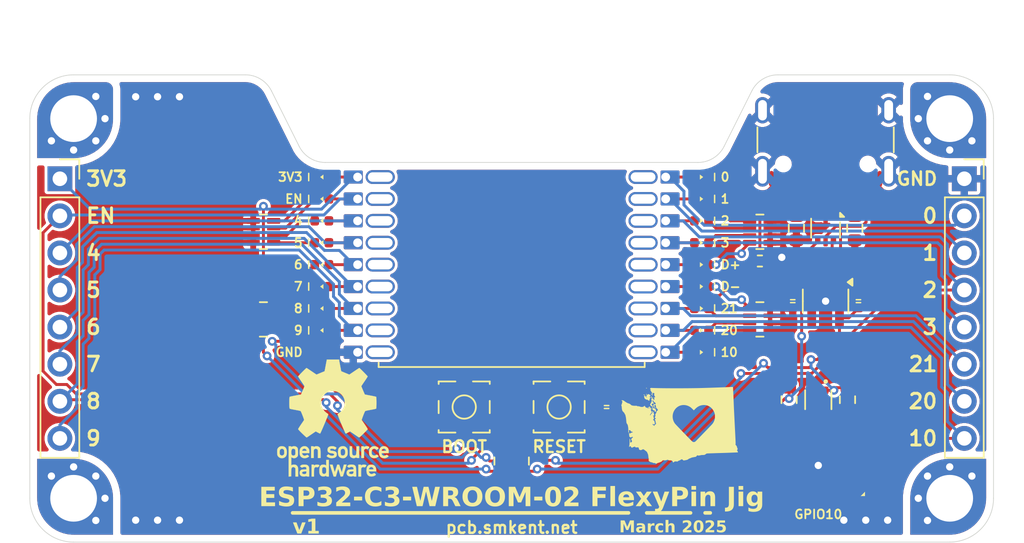
<source format=kicad_pcb>
(kicad_pcb (version 20241229) (generator "pcbnew") (generator_version "9.0")
  (layers (0 "F.Cu" signal) (2 "B.Cu" signal) (13 "F.Paste" user) (15 "B.Paste" user) (5 "F.SilkS" user "F.Silkscreen") (7 "B.SilkS" user "B.Silkscreen") (1 "F.Mask" user) (3 "B.Mask" user) (25 "Edge.Cuts" user))
  (net 0 "")
  (net 1 "GND")
  (net 2 "+5V")
  (net 3 "+3V3")
  (net 4 "ESP32_EN")
  (net 6 "CC1")
  (net 7 "CC2")
  (net 8 "/USB_DP")
  (net 9 "/USB_DM")
  (net 11 "GPIO9")
  (net 12 "GPIO8")
  (net 13 "GPIO2")
  (net 14 "D-")
  (net 15 "D+")
  (net 17 "GPIO5")
  (net 18 "GPIO4")
  (net 19 "GPIO6")
  (net 20 "GPIO7")
  (net 21 "GPIO0")
  (net 22 "GPIO1")
  (net 23 "GPIO10")
  (net 24 "GPIO3")
  (net 25 "GPIO20")
  (net 26 "GPIO21")
  (net 27 "Net-(LED0-K)")
  (net 28 "Net-(LED1-K)")
  (net 29 "Net-(LED2-K)")
  (net 30 "Net-(LED3-K)")
  (net 31 "Net-(LED5-K)")
  (net 32 "Net-(LED6-K)")
  (net 33 "Net-(LED7-K)")
  (net 34 "Net-(LED8-K)")
  (net 35 "Net-(LED9-K)")
  (net 36 "Net-(LED10-K)")
  (net 37 "Net-(LED11-K)")
  (net 38 "Net-(LED12-K)")
  (net 39 "Net-(LED13-K)")
  (net 40 "Net-(LED14-K)")
  (net 41 "Net-(LED15-K)")
  (net 42 "Net-(LED16-K)")
  (net 43 "Net-(LED4-K)")
  (net 45 "/PIX1_DATA")
  (footprint "discrete:LED_0402_1005Metric" (layer "F.Cu") (at 40 31.5)
    (property "Reference" "LED3" (hide yes))
    (property "Value" "Ice Blue")
  )
  (footprint "Package_TO_SOT_SMD:SOT-666" (layer "F.Cu") (at 74.5 30.5 -90)
    (property "Reference" "U2" (hide yes))
    (property "Value" "USBLC6-2P6")
  )
  (footprint "Symbol:OSHW-Logo_7.5x8mm_SilkScreen" (layer "F.Cu") (at 40.75 43.5)
    (property "Reference" "REF**" (hide yes))
    (property "Value" "OSHW-Logo_7.5x8mm_SilkScreen" (hide yes))
  )
  (footprint "discrete:C_0402_1005Metric" (layer "F.Cu") (at 76.75 35.5 90)
    (property "Reference" "C2" (hide yes))
    (property "Value" "10u")
  )
  (footprint "electromechanical:SW_Push_1P1T_NO_3.3x3.3mm_MP" (layer "F.Cu") (at 49.75 42.75)
    (property "Reference" "SW2" (hide yes))
    (property "Value" "Boot")
  )
  (footprint "Connector_PinSocket_2.54mm:PinSocket_1x08_P2.54mm_Vertical" (layer "F.Cu") (at 22.06 27.117813)
    (property "Reference" "J2" (hide yes))
    (property "Value" "Pin socket")
  )
  (footprint "electromechanical:SW_Push_1P1T_NO_3.3x3.3mm_MP" (layer "F.Cu") (at 56.25 42.75)
    (property "Reference" "SW1" (hide yes))
    (property "Value" "Boot")
  )
  (footprint "Connector_PinSocket_2.54mm:PinSocket_1x08_P2.54mm_Vertical" (layer "F.Cu") (at 84 27.117813)
    (property "Reference" "J3" (hide yes))
    (property "Value" "Pin socket")
  )
  (footprint "discrete:LED_0402_1005Metric" (layer "F.Cu") (at 40 36)
    (property "Reference" "LED6" (hide yes))
    (property "Value" "Ice Blue")
  )
  (footprint "discrete:LED_SK6812_PLCC4_5.0x5.0mm_P3.2mm" (layer "F.Cu") (at 74 46.75)
    (property "Reference" "PIX1" (hide yes))
    (property "Value" "SK6812")
  )
  (footprint "discrete:LED_0402_1005Metric" (layer "F.Cu") (at 66 27 180)
    (property "Reference" "LED8" (hide yes))
    (property "Value" "Ice Blue")
  )
  (footprint "mechanical:MountingHole_3.2mm_M3_5.4mm_Pad_Via_corner" (layer "F.Cu") (at 23 49)
    (property "Reference" "REF**" (hide yes))
    (property "Value" "MountingHole_3.2mm_M3_5.4mm_Pad_Via_corner" (hide yes))
  )
  (footprint "connector:USB_C_Receptacle_GCT_USB4105-xx-A_16P_TopMnt_Horizontal" (layer "F.Cu") (at 74.5 23.5 180)
    (property "Reference" "J1" (hide yes))
    (property "Value" "USB_C_Receptacle_USB2.0_16P")
  )
  (footprint "package:SOT-523" (layer "F.Cu") (at 74 42.25 -90)
    (property "Reference" "Q1" (hide yes))
    (property "Value" "G2N7002X")
  )
  (footprint "mechanical:MountingHole_3.2mm_M3_5.4mm_Pad_Via_corner" (layer "F.Cu") (at 83 49 90)
    (property "Reference" "REF**" (hide yes))
    (property "Value" "MountingHole_3.2mm_M3_5.4mm_Pad_Via_corner" (hide yes))
  )
  (footprint "discrete:LED_0402_1005Metric" (layer "F.Cu") (at 40 37.5)
    (property "Reference" "LED7" (hide yes))
    (property "Value" "Ice Blue")
  )
  (footprint "discrete:LED_0402_1005Metric" (layer "F.Cu") (at 40 30)
    (property "Reference" "LED2" (hide yes))
    (property "Value" "Ice Blue")
  )
  (footprint "mechanical:MountingHole_3.2mm_M3_5.4mm_Pad_Via_corner_SW-curve" (layer "F.Cu") (at 83 23 180)
    (property "Reference" "REF**" (hide yes))
    (property "Value" "MountingHole_3.2mm_M3_5.4mm_Pad_Via_corner_SW-curve" (hide yes))
  )
  (footprint "Resistor_SMD:R_0603_1608Metric" (layer "F.Cu") (at 76 42.25 -90)
    (property "Reference" "R5" (hide yes))
    (property "Value" "10K")
  )
  (footprint "discrete:LED_0402_1005Metric" (layer "F.Cu") (at 66 37.5 180)
    (property "Reference" "LED15" (hide yes))
    (property "Value" "Ice Blue")
  )
  (footprint "Resistor_SMD:R_0402_1005Metric" (layer "F.Cu") (at 70 32.75)
    (property "Reference" "R3" (hide yes))
    (property "Value" "5K1")
  )
  (footprint "discrete:LED_0402_1005Metric" (layer "F.Cu") (at 66 39 180)
    (property "Reference" "LED16" (hide yes))
    (property "Value" "Ice Blue")
  )
  (footprint "discrete:LED_0402_1005Metric" (layer "F.Cu") (at 66 31.5 180)
    (property "Reference" "LED11" (hide yes))
    (property "Value" "Ice Blue")
  )
  (footprint "discrete:C_0402_1005Metric" (layer "F.Cu") (at 72.25 35.5 -90)
    (property "Reference" "C1" (hide yes))
    (property "Value" "10u")
  )
  (footprint "discrete:LED_0402_1005Metric" (layer "F.Cu") (at 66 28.5 180)
    (property "Reference" "LED9" (hide yes))
    (property "Value" "Ice Blue")
  )
  (footprint "discrete:R_Array_Convex_4x0402_HandSolder" (layer "F.Cu") (at 70 30.75 180)
    (property "Reference" "RN5" (hide yes))
    (property "Value" "5K1")
  )
  (footprint "discrete:LED_0402_1005Metric" (layer "F.Cu") (at 40 27)
    (property "Reference" "LED0" (hide yes))
    (property "Value" "Pink")
  )
  (footprint "discrete:LED_0402_1005Metric" (layer "F.Cu") (at 66 34.5 180)
    (property "Reference" "LED13" (hide yes))
    (property "Value" "White")
  )
  (footprint "Resistor_SMD:R_0603_1608Metric" (layer "F.Cu") (at 72 42.25 -90)
    (property "Reference" "R4" (hide yes))
    (property "Value" "10K")
  )
  (footprint "discrete:R_Array_Convex_4x0402_HandSolder" (layer "F.Cu") (at 36 30.75)
    (property "Reference" "RN3" (hide yes))
    (property "Value" "5K1")
  )
  (footprint "Resistor_SMD:R_0603_1608Metric" (layer "F.Cu") (at 76.5 30.5 -90)
    (property "Reference" "R1" (hide yes))
    (property "Value" "5K1")
  )
  (footprint "Resistor_SMD:R_0603_1608Metric" (layer "F.Cu") (at 72.5 30.5 -90)
    (property "Reference" "R2" (hide yes))
    (property "Value" "5K1")
  )
  (footprint "discrete:LED_0402_1005Metric" (layer "F.Cu") (at 66 33 180)
    (property "Reference" "LED12" (hide yes))
    (property "Value" "White")
  )
  (footprint "module:ESP32-C3-WROOM-02-FlexyPin" (layer "F.Cu") (at 53 33)
    (property "Reference" "SM1" (hide yes))
    (property "Value" "ESP32-C3-WROOM-02")
  )
  (footprint "discrete:R_Array_Convex_4x0402_HandSolder" (layer "F.Cu") (at 70 36.75 180)
    (property "Reference" "RN6" (hide yes))
    (property "Value" "5K1")
  )
  (footprint "discrete:R_Array_Convex_4x0402_HandSolder" (layer "F.Cu") (at 53 46.45 -90)
    (property "Reference" "RN2" (hide yes))
    (property "Value" "100K")
  )
  (footprint "graphics:wa-state-heart-8mm" (layer "F.Cu") (at 64.5 44)
    (property "Reference" "G***" (hide yes))
    (property "Value" "LOGO" (hide yes))
  )
  (footprint "discrete:LED_0402_1005Metric" (layer "F.Cu") (at 66 36 180)
    (property "Reference" "LED14" (hide yes))
    (property "Value" "Ice Blue")
  )
  (footprint "discrete:LED_0402_1005Metric" (layer "F.Cu") (at 40 28.5)
    (property "Reference" "LED1" (hide yes))
    (property "Value" "Pink")
  )
  (footprint "discrete:LED_0402_1005Metric" (layer "F.Cu") (at 66 30 180)
    (property "Reference" "LED10" (hide yes))
    (property "Value" "Ice Blue")
  )
  (footprint "discrete:C_0402_1005Metric" (layer "F.Cu") (at 59.5 42.75 -90)
    (property "Reference" "C3" (hide yes))
    (property "Value" "1u")
  )
  (footprint "mechanical:MountingHole_3.2mm_M3_5.4mm_Pad_Via_corner_NW-curve" (layer "F.Cu") (at 23 23 -90)
    (property "Reference" "REF**" (hide yes))
    (property "Value" "MountingHole_3.2mm_M3_5.4mm_Pad_Via_corner_NW-curve" (hide yes))
  )
  (footprint "discrete:LED_0402_1005Metric" (layer "F.Cu") (at 40 34.5)
    (property "Reference" "LED5" (hide yes))
    (property "Value" "Ice Blue")
  )
  (footprint "Package_TO_SOT_SMD:SOT-23-5" (layer "F.Cu") (at 74.5 35.5 -90)
    (property "Reference" "U1" (hide yes))
    (property "Value" "ME6211C33M5")
  )
  (footprint "discrete:R_Array_Convex_4x0402_HandSolder" (layer "F.Cu") (at 36 36.75)
    (property "Reference" "RN4" (hide yes))
    (property "Value" "5K1")
  )
  (footprint "discrete:LED_0402_1005Metric" (layer "F.Cu") (at 40 33)
    (property "Reference" "LED4" (hide yes))
    (property "Value" "Ice Blue")
  )
  (gr_line (start 38 50) (end 61 50) (stroke (width 0.25)) (layer "F.SilkS"))
  (gr_line (start 65.25 50) (end 62.25 50) (stroke (width 0.25)) (layer "F.SilkS"))
  (gr_line (start 66.6 50) (end 66.25 50) (stroke (width 0.25)) (layer "F.SilkS"))
  (gr_line (start 71.236068 20) (end 83 20) (stroke (width 0.05)) (layer "Edge.Cuts"))
  (gr_arc (start 69.447214 21.105573) (mid 70.184606 20.298699) (end 71.236068 20) (stroke (width 0.05)) (layer "Edge.Cuts"))
  (gr_arc (start 20 23) (mid 20.87868 20.87868) (end 23 20) (stroke (width 0.05)) (layer "Edge.Cuts"))
  (gr_line (start 36.552786 21.105573) (end 38.447214 24.894427) (stroke (width 0.05)) (layer "Edge.Cuts"))
  (gr_line (start 83 52) (end 23 52) (stroke (width 0.05)) (layer "Edge.Cuts"))
  (gr_arc (start 83 20) (mid 85.12132 20.87868) (end 86 23) (stroke (width 0.05)) (layer "Edge.Cuts"))
  (gr_line (start 20 49) (end 20 23) (stroke (width 0.05)) (layer "Edge.Cuts"))
  (gr_arc (start 86 49) (mid 85.12132 51.12132) (end 83 52) (stroke (width 0.05)) (layer "Edge.Cuts"))
  (gr_line (start 67.552786 24.894427) (end 69.447214 21.105573) (stroke (width 0.05)) (layer "Edge.Cuts"))
  (gr_line (start 23 20) (end 34.763932 20) (stroke (width 0.05)) (layer "Edge.Cuts"))
  (gr_line (start 65.763932 26) (end 40.236068 26) (stroke (width 0.05)) (layer "Edge.Cuts"))
  (gr_arc (start 34.763932 20) (mid 35.815382 20.298711) (end 36.552786 21.105573) (stroke (width 0.05)) (layer "Edge.Cuts"))
  (gr_arc (start 23 52) (mid 20.87868 51.12132) (end 20 49) (stroke (width 0.05)) (layer "Edge.Cuts"))
  (gr_line (start 86 23) (end 86 49) (stroke (width 0.05)) (layer "Edge.Cuts"))
  (gr_arc (start 40.236068 26) (mid 39.184606 25.701302) (end 38.447214 24.894427) (stroke (width 0.05)) (layer "Edge.Cuts"))
  (gr_arc (start 67.552786 24.894427) (mid 66.815397 25.701313) (end 65.763932 26) (stroke (width 0.05)) (layer "Edge.Cuts"))
  (gr_text "20" (at 67.25 37.5 0) (layer "F.SilkS") (effects (font (size 0.6 0.6) (thickness 0.12) (bold yes)) (justify left)))
  (gr_text "D+" (at 67.25 33 0) (layer "F.SilkS") (effects (font (size 0.6 0.6) (thickness 0.12) (bold yes)) (justify left)))
  (gr_text "D-" (at 67.25 34.5 0) (layer "F.SilkS") (effects (font (size 0.6 0.6) (thickness 0.12) (bold yes)) (justify left)))
  (gr_text "21" (at 82.25 39.817813 0) (layer "F.SilkS") (effects (font (size 1 1) (thickness 0.2) (bold yes)) (justify right)))
  (gr_text "March 2025" (at 67.75 51 -0) (layer "F.SilkS") (effects (font (size 0.8 0.8) (thickness 0.2) (bold yes)) (justify right)))
  (gr_text "3V3" (at 38.75 27 0) (layer "F.SilkS") (effects (font (size 0.6 0.6) (thickness 0.12) (bold yes)) (justify right)))
  (gr_text "5" (at 38.75 31.5 0) (layer "F.SilkS") (effects (font (size 0.6 0.6) (thickness 0.12) (bold yes)) (justify right)))
  (gr_text "pcb.smkent.net" (at 53 51 -0) (layer "F.SilkS") (effects (font (size 0.8 0.8) (thickness 0.16) (bold yes))))
  (gr_text "2" (at 82.25 34.737813 0) (layer "F.SilkS") (effects (font (size 1 1) (thickness 0.2) (bold yes)) (justify right)))
  (gr_text "3" (at 82.25 37.277813 0) (layer "F.SilkS") (effects (font (size 1 1) (thickness 0.2) (bold yes)) (justify right)))
  (gr_text "1" (at 82.25 32.197813 0) (layer "F.SilkS") (effects (font (size 1 1) (thickness 0.2) (bold yes)) (justify right)))
  (gr_text "6" (at 23.75 37.277813 0) (layer "F.SilkS") (effects (font (size 1 1) (thickness 0.2) (bold yes)) (justify left)))
  (gr_text "3" (at 67.25 31.5 0) (layer "F.SilkS") (effects (font (size 0.6 0.6) (thickness 0.12) (bold yes)) (justify left)))
  (gr_text "20" (at 82.25 42.357813 0) (layer "F.SilkS") (effects (font (size 1 1) (thickness 0.2) (bold yes)) (justify right)))
  (gr_text "GPIO10" (at 74 49.75 0) (layer "F.SilkS") (effects (font (size 0.6 0.6) (thickness 0.12) (bold yes)) (justify top)))
  (gr_text "ESP32-C3-WROOM-02 FlexyPin Jig" (at 53 49 -0) (layer "F.SilkS") (effects (font (size 1.3 1.3) (thickness 0.375) (bold yes))))
  (gr_text "10" (at 82.25 44.897813 0) (layer "F.SilkS") (effects (font (size 1 1) (thickness 0.2) (bold yes)) (justify right)))
  (gr_text "9" (at 38.75 37.5 0) (layer "F.SilkS") (effects (font (size 0.6 0.6) (thickness 0.12) (bold yes)) (justify right)))
  (gr_text "EN" (at 23.75 29.657813 0) (layer "F.SilkS") (effects (font (size 1 1) (thickness 0.2) (bold yes)) (justify left)))
  (gr_text "10" (at 67.25 39 0) (layer "F.SilkS") (effects (font (size 0.6 0.6) (thickness 0.12) (bold yes)) (justify left)))
  (gr_text "6" (at 38.75 33 0) (layer "F.SilkS") (effects (font (size 0.6 0.6) (thickness 0.12) (bold yes)) (justify right)))
  (gr_text "RESET" (at 56.25 45 0) (layer "F.SilkS") (effects (font (size 0.8 0.8) (thickness 0.16) (bold yes)) (justify top)))
  (gr_text "2" (at 67.25 30 0) (layer "F.SilkS") (effects (font (size 0.6 0.6) (thickness 0.12) (bold yes)) (justify left)))
  (gr_text "0" (at 82.25 29.657813 0) (layer "F.SilkS") (effects (font (size 1 1) (thickness 0.2) (bold yes)) (justify right)))
  (gr_text "4" (at 38.75 30 0) (layer "F.SilkS") (effects (font (size 0.6 0.6) (thickness 0.12) (bold yes)) (justify right)))
  (gr_text "3V3" (at 23.75 27.117813 0) (layer "F.SilkS") (effects (font (size 1 1) (thickness 0.2) (bold yes)) (justify left)))
  (gr_text "4" (at 23.75 32.197813 0) (layer "F.SilkS") (effects (font (size 1 1) (thickness 0.2) (bold yes)) (justify left)))
  (gr_text "9" (at 23.75 44.897813 0) (layer "F.SilkS") (effects (font (size 1 1) (thickness 0.2) (bold yes)) (justify left)))
  (gr_text "8" (at 38.75 36 0) (layer "F.SilkS") (effects (font (size 0.6 0.6) (thickness 0.12) (bold yes)) (justify right)))
  (gr_text "BOOT" (at 49.75 45 0) (layer "F.SilkS") (effects (font (size 0.8 0.8) (thickness 0.16) (bold yes)) (justify top)))
  (gr_text "7" (at 23.75 39.817813 0) (layer "F.SilkS") (effects (font (size 1 1) (thickness 0.2) (bold yes)) (justify left)))
  (gr_text "0" (at 67.25 27 0) (layer "F.SilkS") (effects (font (size 0.6 0.6) (thickness 0.12) (bold yes)) (justify left)))
  (gr_text "7" (at 38.75 34.5 0) (layer "F.SilkS") (effects (font (size 0.6 0.6) (thickness 0.12) (bold yes)) (justify right)))
  (gr_text "5" (at 23.75 34.737813 0) (layer "F.SilkS") (effects (font (size 1 1) (thickness 0.2) (bold yes)) (justify left)))
  (gr_text "21" (at 67.25 36 0) (layer "F.SilkS") (effects (font (size 0.6 0.6) (thickness 0.12) (bold yes)) (justify left)))
  (gr_text "8" (at 23.75 42.357813 0) (layer "F.SilkS") (effects (font (size 1 1) (thickness 0.2) (bold yes)) (justify left)))
  (gr_text "1" (at 67.25 28.5 0) (layer "F.SilkS") (effects (font (size 0.6 0.6) (thickness 0.12) (bold yes)) (justify left)))
  (gr_text "EN" (at 38.75 28.5 0) (layer "F.SilkS") (effects (font (size 0.6 0.6) (thickness 0.12) (bold yes)) (justify right)))
  (gr_text "GND" (at 38.75 39 0) (layer "F.SilkS") (effects (font (size 0.6 0.6) (thickness 0.12) (bold yes)) (justify right)))
  (gr_text "GND" (at 82.25 27.117813 0) (layer "F.SilkS") (effects (font (size 0.9 0.9) (thickness 0.18) (bold yes)) (justify right)))
  (gr_text "v1" (at 38 51 -0) (layer "F.SilkS") (effects (font (size 1 1) (thickness 0.24) (bold yes)) (justify left)))
  (via (at 27.25 21.5) (size 1) (drill 0.5) (layers "F.Cu" "B.Cu") (net 1))
  (via (at 28.75 21.5) (size 1) (drill 0.5) (layers "F.Cu" "B.Cu") (net 1))
  (via (at 75.75 50.5) (size 1) (drill 0.5) (layers "F.Cu" "B.Cu") (net 1))
  (via (at 74.5 35.5) (size 1) (drill 0.5) (layers "F.Cu" "B.Cu") (net 1))
  (via (at 71.5 32.5) (size 1) (drill 0.5) (layers "F.Cu" "B.Cu") (net 1))
  (via (at 74 46.75) (size 1) (drill 0.5) (layers "F.Cu" "B.Cu") (net 1))
  (via (at 78.75 50.5) (size 1) (drill 0.5) (layers "F.Cu" "B.Cu") (net 1))
  (via (at 30.25 50.5) (size 1) (drill 0.5) (layers "F.Cu" "B.Cu") (net 1))
  (via (at 27.25 50.5) (size 1) (drill 0.5) (layers "F.Cu" "B.Cu") (net 1))
  (via (at 77.25 50.5) (size 1) (drill 0.5) (layers "F.Cu" "B.Cu") (net 1))
  (via (at 30.25 21.5) (size 1) (drill 0.5) (layers "F.Cu" "B.Cu") (net 1))
  (via (at 28.75 50.5) (size 1) (drill 0.5) (layers "F.Cu" "B.Cu") (net 1))
  (segment (start 76.9 26.805001) (end 76.9 27.38) (width 0.2) (layer "F.Cu") (net 2))
  (segment (start 72.1 27.38) (end 72.1 26.9) (width 0.2) (layer "F.Cu") (net 2))
  (segment (start 75.525 34.2875) (end 75.525 30.4) (width 0.2) (layer "F.Cu") (net 2))
  (segment (start 72.86 35.63) (end 72.25 35.02) (width 0.2) (layer "F.Cu") (net 2))
  (segment (start 76.199999 26.105) (end 76.9 26.805001) (width 0.2) (layer "F.Cu") (net 2))
  (segment (start 76.9 28.887352) (end 76.9 27.38) (width 0.2) (layer "F.Cu") (net 2))
  (segment (start 72.1 26.9) (end 72.895 26.105) (width 0.2) (layer "F.Cu") (net 2))
  (segment (start 72.895 26.105) (end 76.199999 26.105) (width 0.2) (layer "F.Cu") (net 2))
  (segment (start 75.45 33.700001) (end 75.45 34.3625) (width 0.2) (layer "F.Cu") (net 2))
  (segment (start 74.5 31.078054) (end 75.203054 30.375) (width 0.2) (layer "F.Cu") (net 2))
  (segment (start 75.149999 33.4) (end 75.45 33.700001) (width 0.2) (layer "F.Cu") (net 2))
  (segment (start 71.225 44.825) (end 71.55 45.15) (width 0.2) (layer "F.Cu") (net 2))
  (segment (start 76.987648 30.375) (end 77.275 30.087648) (width 0.2) (layer "F.Cu") (net 2))
  (segment (start 71.712352 42.175) (end 71.225 42.662352) (width 0.2) (layer "F.Cu") (net 2))
  (segment (start 75.203054 30.375) (end 75.5 30.375) (width 0.2) (layer "F.Cu") (net 2))
  (segment (start 73.55 34.009448) (end 74.159448 33.4) (width 0.2) (layer "F.Cu") (net 2))
  (segment (start 75.525 30.4) (end 75.5 30.375) (width 0.2) (layer "F.Cu") (net 2))
  (segment (start 75.45 34.3625) (end 75.525 34.2875) (width 0.2) (layer "F.Cu") (net 2))
  (segment (start 73.55 34.3625) (end 73.55 34.009448) (width 0.2) (layer "F.Cu") (net 2))
  (segment (start 74.159448 33.4) (end 75.149999 33.4) (width 0.2) (layer "F.Cu") (net 2))
  (segment (start 72.86 37.9) (end 72.86 35.63) (width 0.2) (layer "F.Cu") (net 2))
  (segment (start 75.5 30.375) (end 76.987648 30.375) (width 0.2) (layer "F.Cu") (net 2))
  (segment (start 74.5 31.425) (end 74.5 31.078054) (width 0.2) (layer "F.Cu") (net 2))
  (segment (start 71.225 42.662352) (end 71.225 44.825) (width 0.2) (layer "F.Cu") (net 2))
  (segment (start 73.55 34.3625) (end 72.9075 34.3625) (width 0.2) (layer "F.Cu") (net 2))
  (segment (start 72.9075 34.3625) (end 72.25 35.02) (width 0.2) (layer "F.Cu") (net 2))
  (segment (start 77.275 29.262352) (end 76.9 28.887352) (width 0.2) (layer "F.Cu") (net 2))
  (segment (start 77.275 30.087648) (end 77.275 29.262352) (width 0.2) (layer "F.Cu") (net 2))
  (segment (start 72 42.175) (end 71.712352 42.175) (width 0.2) (layer "F.Cu") (net 2))
  (segment (start 72 42.175) (end 72 41.425) (width 0.2) (layer "F.Cu") (net 2))
  (via (at 72.86 37.9) (size 0.6) (drill 0.3) (layers "F.Cu" "B.Cu") (net 2))
  (via (at 72 42.175) (size 0.6) (drill 0.3) (layers "F.Cu" "B.Cu") (net 2))
  (segment (start 72.86 41.315) (end 72 42.175) (width 0.2) (layer "B.Cu") (net 2))
  (segment (start 72.86 37.9) (end 72.86 41.315) (width 0.2) (layer "B.Cu") (net 2))
  (segment (start 53.75 47.15) (end 54.6 47.15) (width 0.2) (layer "F.Cu") (net 3))
  (segment (start 76 41.425) (end 75.25 41.425) (width 0.2) (layer "F.Cu") (net 3))
  (segment (start 75.45 37.984314) (end 75.45 36.6375) (width 0.2) (layer "F.Cu") (net 3))
  (segment (start 75.07 41.605) (end 75.25 41.425) (width 0.2) (layer "F.Cu") (net 3))
  (segment (start 52.25 47.15) (end 53.75 47.15) (width 0.2) (layer "F.Cu") (net 3))
  (segment (start 52.25 47.15) (end 51.4 47.15) (width 0.2) (layer "F.Cu") (net 3))
  (segment (start 70.550735 40.050735) (end 70.25 39.75) (width 0.2) (layer "F.Cu") (net 3))
  (segment (start 73.5 39.5) (end 73.5 39.934314) (width 0.2) (layer "F.Cu") (net 3))
  (segment (start 36 29) (end 36 39) (width 0.2) (layer "F.Cu") (net 3))
  (segment (start 73.934314 39.5) (end 75.45 37.984314) (width 0.2) (layer "F.Cu") (net 3))
  (segment (start 73.5 39.5) (end 73.934314 39.5) (width 0.2) (layer "F.Cu") (net 3))
  (segment (start 54.6 47.15) (end 54.75 47) (width 0.2) (layer "F.Cu") (net 3))
  (segment (start 73.383579 40.050735) (end 70.550735 40.050735) (width 0.2) (layer "F.Cu") (net 3))
  (segment (start 76.0925 36.6375) (end 76.75 35.98) (width 0.2) (layer "F.Cu") (net 3))
  (segment (start 74.5 41.605) (end 75.07 41.605) (width 0.2) (layer "F.Cu") (net 3))
  (segment (start 51.4 47.15) (end 51.25 47) (width 0.2) (layer "F.Cu") (net 3))
  (segment (start 75.45 36.6375) (end 76.0925 36.6375) (width 0.2) (layer "F.Cu") (net 3))
  (segment (start 36 39) (end 36.25 39.25) (width 0.2) (layer "F.Cu") (net 3))
  (segment (start 73.5 39.934314) (end 73.383579 40.050735) (width 0.2) (layer "F.Cu") (net 3))
  (segment (start 42.45 27) (end 40.485 27) (width 0.2) (layer "F.Cu") (net 3))
  (via (at 36.25 39.25) (size 0.6) (drill 0.3) (layers "F.Cu" "B.Cu") (net 3))
  (via (at 51.25 47) (size 0.6) (drill 0.3) (layers "F.Cu" "B.Cu") (net 3))
  (via (at 70.25 39.75) (size 0.6) (drill 0.3) (layers "F.Cu" "B.Cu") (net 3))
  (via (at 73.5 39.5) (size 0.6) (drill 0.3) (layers "F.Cu" "B.Cu") (net 3))
  (via (at 75.07 41.605) (size 0.6) (drill 0.3) (layers "F.Cu" "B.Cu") (net 3))
  (via (at 36 29) (size 0.6) (drill 0.3) (layers "F.Cu" "B.Cu") (net 3))
  (via (at 54.75 47) (size 0.6) (drill 0.3) (layers "F.Cu" "B.Cu") (net 3))
  (segment (start 51.25 47) (end 44 47) (width 0.2) (layer "B.Cu") (net 3))
  (segment (start 73.5 39.5) (end 73.5 40.035) (width 0.2) (layer "B.Cu") (net 3))
  (segment (start 35.8 29.2) (end 36 29) (width 0.2) (layer "B.Cu") (net 3))
  (segment (start 39.975964 29.2) (end 42.175964 27) (width 0.2) (layer "B.Cu") (net 3))
  (segment (start 73.5 40.035) (end 75.07 41.605) (width 0.2) (layer "B.Cu") (net 3))
  (segment (start 63 47) (end 54.75 47) (width 0.2) (layer "B.Cu") (net 3))
  (segment (start 42.175964 27) (end 42.45 27) (width 0.2) (layer "B.Cu") (net 3))
  (segment (start 36 29) (end 36.2 29.2) (width 0.2) (layer "B.Cu") (net 3))
  (segment (start 36.2 29.2) (end 39.975964 29.2) (width 0.2) (layer "B.Cu") (net 3))
  (segment (start 24.142187 29.2) (end 35.8 29.2) (width 0.2) (layer "B.Cu") (net 3))
  (segment (start 44 47) (end 36.25 39.25) (width 0.2) (layer "B.Cu") (net 3))
  (segment (start 70.25 39.75) (end 63 47) (width 0.2) (layer "B.Cu") (net 3))
  (segment (start 22.06 27.117813) (end 24.142187 29.2) (width 0.2) (layer "B.Cu") (net 3))
  (segment (start 53.25 45.75) (end 53.25 42.875) (width 0.2) (layer "F.Cu") (net 4))
  (segment (start 42.45 28.5) (end 40.485 28.5) (width 0.2) (layer "F.Cu") (net 4))
  (segment (start 23.179268 41.850735) (end 40.547794 41.850735) (width 0.2) (layer "F.Cu") (net 4))
  (segment (start 53.25 45.75) (end 53.25 46.2) (width 0.2) (layer "F.Cu") (net 4))
  (segment (start 53.25 42.875) (end 54.375 41.75) (width 0.2) (layer "F.Cu") (net 4))
  (segment (start 40.547794 41.850735) (end 41.072067 42.375008) (width 0.2) (layer "F.Cu") (net 4))
  (segment (start 58.125 41.75) (end 58.98 41.75) (width 0.2) (layer "F.Cu") (net 4))
  (segment (start 58.98 41.75) (end 59.5 42.27) (width 0.2) (layer "F.Cu") (net 4))
  (segment (start 22.06 29.657813) (end 20.91 30.807813) (width 0.2) (layer "F.Cu") (net 4))
  (segment (start 20.91 40.294159) (end 21.823654 41.207813) (width 0.2) (layer "F.Cu") (net 4))
  (segment (start 41.072067 42.375008) (end 41.072067 42.657568) (width 0.2) (layer "F.Cu") (net 4))
  (segment (start 53.25 46.2) (end 53 46.45) (width 0.2) (layer "F.Cu") (net 4))
  (segment (start 53 46.45) (end 51.500003 46.45) (width 0.2) (layer "F.Cu") (net 4))
  (segment (start 20.91 30.807813) (end 20.91 40.294159) (width 0.2) (layer "F.Cu") (net 4))
  (segment (start 22.536346 41.207813) (end 23.179268 41.850735) (width 0.2) (layer "F.Cu") (net 4))
  (segment (start 51.500003 46.45) (end 51.25 46.199997) (width 0.2) (layer "F.Cu") (net 4))
  (segment (start 54.375 41.75) (end 58.125 41.75) (width 0.2) (layer "F.Cu") (net 4))
  (segment (start 21.823654 41.207813) (end 22.536346 41.207813) (width 0.2) (layer "F.Cu") (net 4))
  (via (at 41.072067 42.657568) (size 0.6) (drill 0.3) (layers "F.Cu" "B.Cu") (net 4))
  (via (at 51.25 46.199997) (size 0.6) (drill 0.3) (layers "F.Cu" "B.Cu") (net 4))
  (segment (start 50.498529 45.8) (end 50.001471 45.8) (width 0.2) (layer "B.Cu") (net 4))
  (segment (start 49.601471 46.2) (end 44.331372 46.2) (width 0.2) (layer "B.Cu") (net 4))
  (segment (start 51.25 46.199997) (end 50.898526 46.199997) (width 0.2) (layer "B.Cu") (net 4))
  (segment (start 44.331372 46.2) (end 41.072067 42.940695) (width 0.2) (layer "B.Cu") (net 4))
  (segment (start 22.06 29.657813) (end 22.117813 29.6) (width 0.2) (layer "B.Cu") (net 4))
  (segment (start 50.001471 45.8) (end 49.601471 46.2) (width 0.2) (layer "B.Cu") (net 4))
  (segment (start 50.898526 46.199997) (end 50.498529 45.8) (width 0.2) (layer "B.Cu") (net 4))
  (segment (start 41.24165 28.5) (end 42.45 28.5) (width 0.2) (layer "B.Cu") (net 4))
  (segment (start 22.117813 29.6) (end 40.14165 29.6) (width 0.2) (layer "B.Cu") (net 4))
  (segment (start 41.072067 42.940695) (end 41.072067 42.657568) (width 0.2) (layer "B.Cu") (net 4))
  (segment (start 40.14165 29.6) (end 41.24165 28.5) (width 0.2) (layer "B.Cu") (net 4))
  (segment (start 76.5 29.675) (end 75.75 28.925) (width 0.2) (layer "F.Cu") (net 6))
  (segment (start 75.75 28.925) (end 75.75 27.38) (width 0.2) (layer "F.Cu") (net 6))
  (segment (start 72.75 29.425) (end 72.75 27.38) (width 0.2) (layer "F.Cu") (net 7))
  (segment (start 72.5 29.675) (end 72.75 29.425) (width 0.2) (layer "F.Cu") (net 7))
  (segment (start 74.48241 28.255) (end 74.75 27.98741) (width 0.2) (layer "F.Cu") (net 8))
  (segment (start 73.75 29.4375) (end 73.75 27.38) (width 0.2) (layer "F.Cu") (net 8))
  (segment (start 73.75 27.38) (end 73.75 27.98741) (width 0.2) (layer "F.Cu") (net 8))
  (segment (start 73.75 27.98741) (end 74.01759 28.255) (width 0.2) (layer "F.Cu") (net 8))
  (segment (start 73.9625 29.65) (end 73.75 29.4375) (width 0.2) (layer "F.Cu") (net 8))
  (segment (start 74.01759 28.255) (end 74.48241 28.255) (width 0.2) (layer "F.Cu") (net 8))
  (segment (start 74.75 27.98741) (end 74.75 27.38) (width 0.2) (layer "F.Cu") (net 8))
  (segment (start 75.25 29.4375) (end 75.25 27.38) (width 0.2) (layer "F.Cu") (net 9))
  (segment (start 75.25 26.77259) (end 74.98241 26.505) (width 0.2) (layer "F.Cu") (net 9))
  (segment (start 74.51759 26.505) (end 74.25 26.77259) (width 0.2) (layer "F.Cu") (net 9))
  (segment (start 74.98241 26.505) (end 74.51759 26.505) (width 0.2) (layer "F.Cu") (net 9))
  (segment (start 75.25 27.38) (end 75.25 26.77259) (width 0.2) (layer "F.Cu") (net 9))
  (segment (start 75.0375 29.65) (end 75.25 29.4375) (width 0.2) (layer "F.Cu") (net 9))
  (segment (start 74.25 26.77259) (end 74.25 27.38) (width 0.2) (layer "F.Cu") (net 9))
  (segment (start 52.75 42.875) (end 51.625 41.75) (width 0.2) (layer "F.Cu") (net 11))
  (segment (start 49.6 45.6) (end 50.15 45.05) (width 0.2) (layer "F.Cu") (net 11))
  (segment (start 42.45 37.5) (end 40.485 37.5) (width 0.2) (layer "F.Cu") (net 11))
  (segment (start 50.15 45.05) (end 52.52565 45.05) (width 0.2) (layer "F.Cu") (net 11))
  (segment (start 39.735 38.25) (end 36.6 38.25) (width 0.2) (layer "F.Cu") (net 11))
  (segment (start 52.75 45.27435) (end 52.75 45.75) (width 0.2) (layer "F.Cu") (net 11))
  (segment (start 52.75 45.75) (end 52.75 42.875) (width 0.2) (layer "F.Cu") (net 11))
  (segment (start 52.52565 45.05) (end 52.75 45.27435) (width 0.2) (layer "F.Cu") (net 11))
  (segment (start 49.226471 45.6) (end 49.6 45.6) (width 0.2) (layer "F.Cu") (net 11))
  (segment (start 40.485 37.5) (end 39.735 38.25) (width 0.2) (layer "F.Cu") (net 11))
  (segment (start 47.875 41.75) (end 51.625 41.75) (width 0.2) (layer "F.Cu") (net 11))
  (via (at 36.6 38.25) (size 0.6) (drill 0.3) (layers "F.Cu" "B.Cu") (net 11))
  (via (at 49.226471 45.6) (size 0.6) (drill 0.3) (layers "F.Cu" "B.Cu") (net 11))
  (segment (start 40.8 35.189722) (end 41.2 35.589722) (width 0.2) (layer "B.Cu") (net 11))
  (segment (start 41.2 36.524036) (end 42.175964 37.5) (width 0.2) (layer "B.Cu") (net 11))
  (segment (start 24.05 38.045531) (end 24.05 36.984871) (width 0.2) (layer "B.Cu") (net 11))
  (segment (start 36.85 39.284314) (end 39.416421 41.850735) (width 0.2) (layer "B.Cu") (net 11))
  (segment (start 25.086243 32) (end 38.45661 32) (width 0.2) (layer "B.Cu") (net 11))
  (segment (start 23.65 38.445531) (end 24.05 38.045531) (width 0.2) (layer "B.Cu") (net 11))
  (segment (start 24.81 33.336903) (end 24.81 32.276243) (width 0.2) (layer "B.Cu") (net 11))
  (segment (start 38.45661 32) (end 40.8 34.34339) (width 0.2) (layer "B.Cu") (net 11))
  (segment (start 49.026471 45.8) (end 49.226471 45.6) (width 0.2) (layer "B.Cu") (net 11))
  (segment (start 24.81 32.276243) (end 25.086243 32) (width 0.2) (layer "B.Cu") (net 11))
  (segment (start 36.85 38.5) (end 36.85 39.284314) (width 0.2) (layer "B.Cu") (net 11))
  (segment (start 44.497058 45.8) (end 49.026471 45.8) (width 0.2) (layer "B.Cu") (net 11))
  (segment (start 24.05 36.984871) (end 24.45 36.584871) (width 0.2) (layer "B.Cu") (net 11))
  (segment (start 24.45 33.696903) (end 24.81 33.336903) (width 0.2) (layer "B.Cu") (net 11))
  (segment (start 39.416421 41.850735) (end 41.113763 41.850735) (width 0.2) (layer "B.Cu") (net 11))
  (segment (start 41.113763 41.850735) (end 41.672067 42.409039) (width 0.2) (layer "B.Cu") (net 11))
  (segment (start 42.175964 37.5) (end 42.45 37.5) (width 0.2) (layer "B.Cu") (net 11))
  (segment (start 41.2 35.589722) (end 41.2 36.524036) (width 0.2) (layer "B.Cu") (net 11))
  (segment (start 23.65 41.333499) (end 23.65 38.445531) (width 0.2) (layer "B.Cu") (net 11))
  (segment (start 24.45 36.584871) (end 24.45 33.696903) (width 0.2) (layer "B.Cu") (net 11))
  (segment (start 36.6 38.25) (end 36.85 38.5) (width 0.2) (layer "B.Cu") (net 11))
  (segment (start 41.672067 42.409039) (end 41.672067 42.975009) (width 0.2) (layer "B.Cu") (net 11))
  (segment (start 23.21 42.834159) (end 23.21 41.773499) (width 0.2) (layer "B.Cu") (net 11))
  (segment (start 40.8 34.34339) (end 40.8 35.189722) (width 0.2) (layer "B.Cu") (net 11))
  (segment (start 41.672067 42.975009) (end 44.497058 45.8) (width 0.2) (layer "B.Cu") (net 11))
  (segment (start 22.06 43.984159) (end 23.21 42.834159) (width 0.2) (layer "B.Cu") (net 11))
  (segment (start 22.06 44.897813) (end 22.06 43.984159) (width 0.2) (layer "B.Cu") (net 11))
  (segment (start 23.21 41.773499) (end 23.65 41.333499) (width 0.2) (layer "B.Cu") (net 11))
  (segment (start 40.099265 42.250735) (end 40.299265 42.450735) (width 0.2) (layer "F.Cu") (net 12))
  (segment (start 50.25 46.4) (end 50.25 46.351468) (width 0.2) (layer "F.Cu") (net 12))
  (segment (start 50.25 46.351468) (end 51.001471 45.599997) (width 0.2) (layer "F.Cu") (net 12))
  (segment (start 40.485 36) (end 42.45 36) (width 0.2) (layer "F.Cu") (net 12))
  (segment (start 51.001471 45.599997) (end 52.099997 45.599997) (width 0.2) (layer "F.Cu") (net 12))
  (segment (start 52.099997 45.599997) (end 52.25 45.75) (width 0.2) (layer "F.Cu") (net 12))
  (segment (start 22.06 42.357813) (end 22.167078 42.250735) (width 0.2) (layer "F.Cu") (net 12))
  (segment (start 22.167078 42.250735) (end 40.099265 42.250735) (width 0.2) (layer "F.Cu") (net 12))
  (via (at 40.299265 42.450735) (size 0.6) (drill 0.3) (layers "F.Cu" "B.Cu") (net 12))
  (via (at 50.25 46.4) (size 0.6) (drill 0.3) (layers "F.Cu" "B.Cu") (net 12))
  (segment (start 24.920557 31.6) (end 24.41 32.110557) (width 0.2) (layer "B.Cu") (net 12))
  (segment (start 44.165686 46.6) (end 50.05 46.6) (width 0.2) (layer "B.Cu") (net 12))
  (segment (start 24.05 36.419185) (end 23.65 36.819185) (width 0.2) (layer "B.Cu") (net 12))
  (segment (start 41.2 35.024036) (end 41.2 34.177704) (width 0.2) (layer "B.Cu") (net 12))
  (segment (start 41.2 34.177704) (end 38.622296 31.6) (width 0.2) (layer "B.Cu") (net 12))
  (segment (start 24.41 33.171217) (end 24.05 33.531217) (width 0.2) (layer "B.Cu") (net 12))
  (segment (start 23.25 38.279845) (end 23.25 41.167813) (width 0.2) (layer "B.Cu") (net 12))
  (segment (start 23.65 37.879845) (end 23.25 38.279845) (width 0.2) (layer "B.Cu") (net 12))
  (segment (start 23.25 41.167813) (end 22.06 42.357813) (width 0.2) (layer "B.Cu") (net 12))
  (segment (start 24.05 33.531217) (end 24.05 36.419185) (width 0.2) (layer "B.Cu") (net 12))
  (segment (start 42.175964 36) (end 41.2 35.024036) (width 0.2) (layer "B.Cu") (net 12))
  (segment (start 23.65 36.819185) (end 23.65 37.879845) (width 0.2) (layer "B.Cu") (net 12))
  (segment (start 38.622296 31.6) (end 24.920557 31.6) (width 0.2) (layer "B.Cu") (net 12))
  (segment (start 24.41 32.110557) (end 24.41 33.171217) (width 0.2) (layer "B.Cu") (net 12))
  (segment (start 40.299265 42.450735) (end 40.299265 42.733579) (width 0.2) (layer "B.Cu") (net 12))
  (segment (start 50.05 46.6) (end 50.25 46.4) (width 0.2) (layer "B.Cu") (net 12))
  (segment (start 42.45 36) (end 42.175964 36) (width 0.2) (layer "B.Cu") (net 12))
  (segment (start 40.299265 42.733579) (end 44.165686 46.6) (width 0.2) (layer "B.Cu") (net 12))
  (segment (start 56 46.4) (end 54.4 46.4) (width 0.2) (layer "F.Cu") (net 13))
  (segment (start 54.4 46.4) (end 53.75 45.75) (width 0.2) (layer "F.Cu") (net 13))
  (segment (start 79.262187 34.737813) (end 73.549265 40.450735) (width 0.2) (layer "F.Cu") (net 13))
  (segment (start 63.55 30) (end 65.515 30) (width 0.2) (layer "F.Cu") (net 13))
  (segment (start 84 34.737813) (end 79.262187 34.737813) (width 0.2) (layer "F.Cu") (net 13))
  (segment (start 73.549265 40.450735) (end 68.700735 40.450735) (width 0.2) (layer "F.Cu") (net 13))
  (via (at 68.700735 40.450735) (size 0.6) (drill 0.3) (layers "F.Cu" "B.Cu") (net 13))
  (via (at 56 46.4) (size 0.6) (drill 0.3) (layers "F.Cu" "B.Cu") (net 13))
  (segment (start 65.85 31.1) (end 82.336501 31.1) (width 0.2) (layer "B.Cu") (net 13))
  (segment (start 82.336501 31.1) (end 82.85 31.613499) (width 0.2) (layer "B.Cu") (net 13))
  (segment (start 62.834314 46.6) (end 56.2 46.6) (width 0.2) (layer "B.Cu") (net 13))
  (segment (start 68.700735 40.450735) (end 68.700735 40.733579) (width 0.2) (layer "B.Cu") (net 13))
  (segment (start 63.55 30) (end 64.75 30) (width 0.2) (layer "B.Cu") (net 13))
  (segment (start 82.85 33.587813) (end 84 34.737813) (width 0.2) (layer "B.Cu") (net 13))
  (segment (start 64.75 30) (end 65.85 31.1) (width 0.2) (layer "B.Cu") (net 13))
  (segment (start 68.700735 40.733579) (end 62.834314 46.6) (width 0.2) (layer "B.Cu") (net 13))
  (segment (start 56.2 46.6) (end 56 46.4) (width 0.2) (layer "B.Cu") (net 13))
  (segment (start 82.85 31.613499) (end 82.85 33.587813) (width 0.2) (layer "B.Cu") (net 13))
  (segment (start 65.515 34.5) (end 63.55 34.5) (width 0.2) (layer "F.Cu") (net 14))
  (segment (start 74.95 31.4375) (end 74.95 31.83241) (width 0.2) (layer "F.Cu") (net 14))
  (segment (start 74.95 31.83241) (end 74.73241 32.05) (width 0.2) (layer "F.Cu") (net 14))
  (segment (start 74.73241 32.05) (end 73.891238 32.05) (width 0.2) (layer "F.Cu") (net 14))
  (segment (start 75.0375 31.35) (end 74.95 31.4375) (width 0.2) (layer "F.Cu") (net 14))
  (segment (start 71.191238 34.75) (end 67.598529 34.75) (width 0.2) (layer "F.Cu") (net 14))
  (segment (start 66.135 35.12) (end 65.515 34.5) (width 0.2) (layer "F.Cu") (net 14))
  (segment (start 73.891238 32.05) (end 71.191238 34.75) (width 0.2) (layer "F.Cu") (net 14))
  (segment (start 67.228529 35.12) (end 66.135 35.12) (width 0.2) (layer "F.Cu") (net 14))
  (segment (start 67.598529 34.75) (end 67.228529 35.12) (width 0.2) (layer "F.Cu") (net 14))
  (segment (start 68.81 34.159423) (end 68.81 34.19) (width 0.2) (layer "F.Cu") (net 15))
  (segment (start 70.57 34.35) (end 70.65 34.35) (width 0.2) (layer "F.Cu") (net 15))
  (segment (start 68.57 33.999423) (end 68.65 33.999423) (width 0.2) (layer "F.Cu") (net 15))
  (segment (start 69.61 34.159423) (end 69.61 34.19) (width 0.2) (layer "F.Cu") (net 15))
  (segment (start 69.77 34.35) (end 69.85 34.35) (width 0.2) (layer "F.Cu") (net 15))
  (segment (start 66.395 33.88) (end 67.228529 33.88) (width 0.2) (layer "F.Cu") (net 15))
  (segment (start 70.65 34.35) (end 70.830818 34.35) (width 0.2) (layer "F.Cu") (net 15))
  (segment (start 70.830818 34.35) (end 71.025552 34.35) (width 0.2) (layer "F.Cu") (net 15))
  (segment (start 73.9625 31.413052) (end 73.9625 31.35) (width 0.2) (layer "F.Cu") (net 15))
  (segment (start 65.515 33) (end 66.395 33.88) (width 0.2) (layer "F.Cu") (net 15))
  (segment (start 68.41 34.19) (end 68.41 34.159423) (width 0.2) (layer "F.Cu") (net 15))
  (segment (start 69.37 33.999423) (end 69.45 33.999423) (width 0.2) (layer "F.Cu") (net 15))
  (segment (start 63.55 33) (end 65.515 33) (width 0.2) (layer "F.Cu") (net 15))
  (segment (start 69.21 34.19) (end 69.21 34.159423) (width 0.2) (layer "F.Cu") (net 15))
  (segment (start 70.17 33.999423) (end 70.25 33.999423) (width 0.2) (layer "F.Cu") (net 15))
  (segment (start 67.228529 33.88) (end 67.698529 34.35) (width 0.2) (layer "F.Cu") (net 15))
  (segment (start 67.698529 34.35) (end 68.25 34.35) (width 0.2) (layer "F.Cu") (net 15))
  (segment (start 71.025552 34.35) (end 73.9625 31.413052) (width 0.2) (layer "F.Cu") (net 15))
  (segment (start 70.41 34.159423) (end 70.41 34.19) (width 0.2) (layer "F.Cu") (net 15))
  (segment (start 68.97 34.35) (end 69.05 34.35) (width 0.2) (layer "F.Cu") (net 15))
  (segment (start 70.01 34.19) (end 70.01 34.159423) (width 0.2) (layer "F.Cu") (net 15))
  (arc (start 70.25 33.999423) (mid 70.363137 34.046286) (end 70.41 34.159423) (width 0.2) (layer "F.Cu") (net 15))
  (arc (start 70.41 34.19) (mid 70.456863 34.303137) (end 70.57 34.35) (width 0.2) (layer "F.Cu") (net 15))
  (arc (start 69.05 34.35) (mid 69.163137 34.303137) (end 69.21 34.19) (width 0.2) (layer "F.Cu") (net 15))
  (arc (start 68.65 33.999423) (mid 68.763137 34.046286) (end 68.81 34.159423) (width 0.2) (layer "F.Cu") (net 15))
  (arc (start 69.61 34.19) (mid 69.656863 34.303137) (end 69.77 34.35) (width 0.2) (layer "F.Cu") (net 15))
  (arc (start 68.25 34.35) (mid 68.363137 34.303137) (end 68.41 34.19) (width 0.2) (layer "F.Cu") (net 15))
  (arc (start 69.85 34.35) (mid 69.963137 34.303137) (end 70.01 34.19) (width 0.2) (layer "F.Cu") (net 15))
  (arc (start 69.45 33.999423) (mid 69.563137 34.046286) (end 69.61 34.159423) (width 0.2) (layer "F.Cu") (net 15))
  (arc (start 69.21 34.159423) (mid 69.256863 34.046286) (end 69.37 33.999423) (width 0.2) (layer "F.Cu") (net 15))
  (arc (start 68.81 34.19) (mid 68.856863 34.303137) (end 68.97 34.35) (width 0.2) (layer "F.Cu") (net 15))
  (arc (start 70.01 34.159423) (mid 70.056863 34.046286) (end 70.17 33.999423) (width 0.2) (layer "F.Cu") (net 15))
  (arc (start 68.41 34.159423) (mid 68.456863 34.046286) (end 68.57 33.999423) (width 0.2) (layer "F.Cu") (net 15))
  (segment (start 40.485 31.5) (end 42.45 31.5) (width 0.2) (layer "F.Cu") (net 17))
  (segment (start 22.06 34.737813) (end 22.06 33.824159) (width 0.2) (layer "B.Cu") (net 17))
  (segment (start 39.119354 30.4) (end 40.219354 31.5) (width 0.2) (layer "B.Cu") (net 17))
  (segment (start 40.219354 31.5) (end 42.45 31.5) (width 0.2) (layer "B.Cu") (net 17))
  (segment (start 23.21 32.674159) (end 23.21 31.613499) (width 0.2) (layer "B.Cu") (net 17))
  (segment (start 22.06 33.824159) (end 23.21 32.674159) (width 0.2) (layer "B.Cu") (net 17))
  (segment (start 24.423499 30.4) (end 39.119354 30.4) (width 0.2) (layer "B.Cu") (net 17))
  (segment (start 23.21 31.613499) (end 24.423499 30.4) (width 0.2) (layer "B.Cu") (net 17))
  (segment (start 40.485 30) (end 42.45 30) (width 0.2) (layer "F.Cu") (net 18))
  (segment (start 42.45 30) (end 24.257813 30) (width 0.2) (layer "B.Cu") (net 18))
  (segment (start 24.257813 30) (end 22.06 32.197813) (width 0.2) (layer "B.Cu") (net 18))
  (segment (start 42.45 33) (end 40.485 33) (width 0.2) (layer "F.Cu") (net 19))
  (segment (start 23.61 31.779185) (end 23.61 32.839845) (width 0.2) (layer "B.Cu") (net 19))
  (segment (start 24.589185 30.8) (end 23.61 31.779185) (width 0.2) (layer "B.Cu") (net 19))
  (segment (start 23.25 33.199845) (end 23.25 36.087813) (width 0.2) (layer "B.Cu") (net 19))
  (segment (start 41.2 32.024036) (end 40.177704 32.024036) (width 0.2) (layer "B.Cu") (net 19))
  (segment (start 38.953668 30.8) (end 24.589185 30.8) (width 0.2) (layer "B.Cu") (net 19))
  (segment (start 42.45 33) (end 42.175964 33) (width 0.2) (layer "B.Cu") (net 19))
  (segment (start 23.61 32.839845) (end 23.25 33.199845) (width 0.2) (layer "B.Cu") (net 19))
  (segment (start 23.25 36.087813) (end 22.06 37.277813) (width 0.2) (layer "B.Cu") (net 19))
  (segment (start 40.177704 32.024036) (end 38.953668 30.8) (width 0.2) (layer "B.Cu") (net 19))
  (segment (start 42.175964 33) (end 41.2 32.024036) (width 0.2) (layer "B.Cu") (net 19))
  (segment (start 40.485 34.5) (end 42.45 34.5) (width 0.2) (layer "F.Cu") (net 20))
  (segment (start 23.25 37.714159) (end 23.25 36.653499) (width 0.2) (layer "B.Cu") (net 20))
  (segment (start 22.06 38.904159) (end 23.25 37.714159) (width 0.2) (layer "B.Cu") (net 20))
  (segment (start 22.06 39.817813) (end 22.06 38.904159) (width 0.2) (layer "B.Cu") (net 20))
  (segment (start 24.01 33.005531) (end 24.01 31.944871) (width 0.2) (layer "B.Cu") (net 20))
  (segment (start 24.01 31.944871) (end 24.754871 31.2) (width 0.2) (layer "B.Cu") (net 20))
  (segment (start 42.087982 34.5) (end 42.45 34.5) (width 0.2) (layer "B.Cu") (net 20))
  (segment (start 24.754871 31.2) (end 38.787982 31.2) (width 0.2) (layer "B.Cu") (net 20))
  (segment (start 23.65 33.365531) (end 24.01 33.005531) (width 0.2) (layer "B.Cu") (net 20))
  (segment (start 23.65 36.253499) (end 23.65 33.365531) (width 0.2) (layer "B.Cu") (net 20))
  (segment (start 38.787982 31.2) (end 42.087982 34.5) (width 0.2) (layer "B.Cu") (net 20))
  (segment (start 23.25 36.653499) (end 23.65 36.253499) (width 0.2) (layer "B.Cu") (net 20))
  (segment (start 63.55 27) (end 65.515 27) (width 0.2) (layer "F.Cu") (net 21))
  (segment (start 63.55 27) (end 63.824036 27) (width 0.2) (layer "B.Cu") (net 21))
  (segment (start 66.189722 30.3) (end 83.357813 30.3) (width 0.2) (layer "B.Cu") (net 21))
  (segment (start 63.824036 27) (end 64.8 27.975964) (width 0.2) (layer "B.Cu") (net 21))
  (segment (start 64.8 27.975964) (end 64.8 28.910278) (width 0.2) (layer "B.Cu") (net 21))
  (segment (start 83.357813 30.3) (end 84 29.657813) (width 0.2) (layer "B.Cu") (net 21))
  (segment (start 64.8 28.910278) (end 66.189722 30.3) (width 0.2) (layer "B.Cu") (net 21))
  (segment (start 65.515 28.5) (end 63.55 28.5) (width 0.2) (layer "F.Cu") (net 22))
  (segment (start 63.824036 28.5) (end 66.024036 30.7) (width 0.2) (layer "B.Cu") (net 22))
  (segment (start 66.024036 30.7) (end 82.502187 30.7) (width 0.2) (layer "B.Cu") (net 22))
  (segment (start 82.502187 30.7) (end 84 32.197813) (width 0.2) (layer "B.Cu") (net 22))
  (segment (start 63.55 28.5) (end 63.824036 28.5) (width 0.2) (layer "B.Cu") (net 22))
  (segment (start 76 43.075) (end 75.265 42.34) (width 0.2) (layer "F.Cu") (net 23))
  (segment (start 75.265 42.34) (end 74.235 42.34) (width 0.2) (layer "F.Cu") (net 23))
  (segment (start 74.235 42.34) (end 73.5 41.605) (width 0.2) (layer "F.Cu") (net 23))
  (segment (start 77.822813 44.897813) (end 76 43.075) (width 0.2) (layer "F.Cu") (net 23))
  (segment (start 65.515 39) (end 63.55 39) (width 0.2) (layer "F.Cu") (net 23))
  (segment (start 84 44.897813) (end 77.822813 44.897813) (width 0.2) (layer "F.Cu") (net 23))
  (segment (start 82.45 39.399185) (end 82.45 41.373499) (width 0.2) (layer "B.Cu") (net 23))
  (segment (start 82.85 43.747813) (end 84 44.897813) (width 0.2) (layer "B.Cu") (net 23))
  (segment (start 63.55 39) (end 63.824036 39) (width 0.2) (layer "B.Cu") (net 23))
  (segment (start 63.824036 39) (end 65.524036 37.3) (width 0.2) (layer "B.Cu") (net 23))
  (segment (start 82.85 41.773499) (end 82.85 43.747813) (width 0.2) (layer "B.Cu") (net 23))
  (segment (start 65.524036 37.3) (end 80.350815 37.3) (width 0.2) (layer "B.Cu") (net 23))
  (segment (start 80.350815 37.3) (end 82.45 39.399185) (width 0.2) (layer "B.Cu") (net 23))
  (segment (start 82.45 41.373499) (end 82.85 41.773499) (width 0.2) (layer "B.Cu") (net 23))
  (segment (start 65.515 31.5) (end 63.55 31.5) (width 0.2) (layer "F.Cu") (net 24))
  (segment (start 82.75 36.027813) (end 82.75 34.053499) (width 0.2) (layer "B.Cu") (net 24))
  (segment (start 82.45 33.753499) (end 82.45 31.779185) (width 0.2) (layer "B.Cu") (net 24))
  (segment (start 82.170815 31.5) (end 63.55 31.5) (width 0.2) (layer "B.Cu") (net 24))
  (segment (start 84 37.277813) (end 82.75 36.027813) (width 0.2) (layer "B.Cu") (net 24))
  (segment (start 82.45 31.779185) (end 82.170815 31.5) (width 0.2) (layer "B.Cu") (net 24))
  (segment (start 82.75 34.053499) (end 82.45 33.753499) (width 0.2) (layer "B.Cu") (net 24))
  (segment (start 63.55 37.5) (end 65.515 37.5) (width 0.2) (layer "F.Cu") (net 25))
  (segment (start 64.75835 37.5) (end 63.55 37.5) (width 0.2) (layer "B.Cu") (net 25))
  (segment (start 80.516501 36.9) (end 65.35835 36.9) (width 0.2) (layer "B.Cu") (net 25))
  (segment (start 84 42.357813) (end 82.85 41.207813) (width 0.2) (layer "B.Cu") (net 25))
  (segment (start 82.85 41.207813) (end 82.85 39.233499) (width 0.2) (layer "B.Cu") (net 25))
  (segment (start 65.35835 36.9) (end 64.75835 37.5) (width 0.2) (layer "B.Cu") (net 25))
  (segment (start 82.85 39.233499) (end 80.516501 36.9) (width 0.2) (layer "B.Cu") (net 25))
  (segment (start 65.515 36) (end 63.55 36) (width 0.2) (layer "F.Cu") (net 26))
  (segment (start 80.682187 36.5) (end 84 39.817813) (width 0.2) (layer "B.Cu") (net 26))
  (segment (start 65.25 36.5) (end 80.682187 36.5) (width 0.2) (layer "B.Cu") (net 26))
  (segment (start 64.75 36) (end 65.25 36.5) (width 0.2) (layer "B.Cu") (net 26))
  (segment (start 63.55 36) (end 64.75 36) (width 0.2) (layer "B.Cu") (net 26))
  (segment (start 36.7 30) (end 37.449314 30) (width 0.2) (layer "F.Cu") (net 27))
  (segment (start 38.92 28.529314) (end 38.92 27.595) (width 0.2) (layer "F.Cu") (net 27))
  (segment (start 37.449314 30) (end 38.92 28.529314) (width 0.2) (layer "F.Cu") (net 27))
  (segment (start 38.92 27.595) (end 39.515 27) (width 0.2) (layer "F.Cu") (net 27))
  (segment (start 36.7 30.5) (end 37.515 30.5) (width 0.2) (layer "F.Cu") (net 28))
  (segment (start 37.515 30.5) (end 39.515 28.5) (width 0.2) (layer "F.Cu") (net 28))
  (segment (start 38.580686 30) (end 39.515 30) (width 0.2) (layer "F.Cu") (net 29))
  (segment (start 37.580686 31) (end 38.580686 30) (width 0.2) (layer "F.Cu") (net 29))
  (segment (start 36.7 31) (end 37.580686 31) (width 0.2) (layer "F.Cu") (net 29))
  (segment (start 36.7 31.5) (end 39.515 31.5) (width 0.2) (layer "F.Cu") (net 30))
  (segment (start 39.515 34.5) (end 37.515 36.5) (width 0.2) (layer "F.Cu") (net 31))
  (segment (start 37.515 36.5) (end 36.7 36.5) (width 0.2) (layer "F.Cu") (net 31))
  (segment (start 36.7 37) (end 37.580686 37) (width 0.2) (layer "F.Cu") (net 32))
  (segment (start 38.580686 36) (end 39.515 36) (width 0.2) (layer "F.Cu") (net 32))
  (segment (start 37.580686 37) (end 38.580686 36) (width 0.2) (layer "F.Cu") (net 32))
  (segment (start 36.7 37.5) (end 39.515 37.5) (width 0.2) (layer "F.Cu") (net 33))
  (segment (start 69.49 32.75) (end 70 32.24) (width 0.2) (layer "F.Cu") (net 34))
  (segment (start 67.08 27.595) (end 66.485 27) (width 0.2) (layer "F.Cu") (net 34))
  (segment (start 68.050686 29.5) (end 67.08 28.529314) (width 0.2) (layer "F.Cu") (net 34))
  (segment (start 67.08 28.529314) (end 67.08 27.595) (width 0.2) (layer "F.Cu") (net 34))
  (segment (start 70 32.24) (end 70 29.72435) (width 0.2) (layer "F.Cu") (net 34))
  (segment (start 70 29.72435) (end 69.77565 29.5) (width 0.2) (layer "F.Cu") (net 34))
  (segment (start 69.77565 29.5) (end 68.050686 29.5) (width 0.2) (layer "F.Cu") (net 34))
  (segment (start 67.985 30) (end 66.485 28.5) (width 0.2) (layer "F.Cu") (net 35))
  (segment (start 69.3 30) (end 67.985 30) (width 0.2) (layer "F.Cu") (net 35))
  (segment (start 66.985 30.5) (end 66.485 30) (width 0.2) (layer "F.Cu") (net 36))
  (segment (start 69.3 30.5) (end 66.985 30.5) (width 0.2) (layer "F.Cu") (net 36))
  (segment (start 69.3 31) (end 66.985 31) (width 0.2) (layer "F.Cu") (net 37))
  (segment (start 66.985 31) (end 66.485 31.5) (width 0.2) (layer "F.Cu") (net 37))
  (segment (start 66.485 33) (end 67 33) (width 0.2) (layer "F.Cu") (net 38))
  (segment (start 68.75 32.05) (end 69.3 31.5) (width 0.2) (layer "F.Cu") (net 38))
  (segment (start 68.75 32.25) (end 68.75 32.05) (width 0.2) (layer "F.Cu") (net 38))
  (via (at 68.75 32.25) (size 0.6) (drill 0.3) (layers "F.Cu" "B.Cu") (net 38))
  (via (at 67 33) (size 0.6) (drill 0.3) (layers "F.Cu" "B.Cu") (net 38))
  (segment (start 67.75 32.25) (end 68.75 32.25) (width 0.2) (layer "B.Cu") (net 38))
  (segment (start 67 33) (end 67.75 32.25) (width 0.2) (layer "B.Cu") (net 38))
  (segment (start 66.485 34.5) (end 67 34.5) (width 0.2) (layer "F.Cu") (net 39))
  (segment (start 68.75 35.4) (end 68.75 35.45) (width 0.2) (layer "F.Cu") (net 39))
  (segment (start 68.75 35.45) (end 69.3 36) (width 0.2) (layer "F.Cu") (net 39))
  (via (at 68.75 35.4) (size 0.6) (drill 0.3) (layers "F.Cu" "B.Cu") (net 39))
  (via (at 67 34.5) (size 0.6) (drill 0.3) (layers "F.Cu" "B.Cu") (net 39))
  (segment (start 67 34.5) (end 67.9 35.4) (width 0.2) (layer "B.Cu") (net 39))
  (segment (start 67.9 35.4) (end 68.75 35.4) (width 0.2) (layer "B.Cu") (net 39))
  (segment (start 66.985 36.5) (end 66.485 36) (width 0.2) (layer "F.Cu") (net 40))
  (segment (start 69.3 36.5) (end 66.985 36.5) (width 0.2) (layer "F.Cu") (net 40))
  (segment (start 69.3 37) (end 66.985 37) (width 0.2) (layer "F.Cu") (net 41))
  (segment (start 66.985 37) (end 66.485 37.5) (width 0.2) (layer "F.Cu") (net 41))
  (segment (start 67.985 37.5) (end 66.485 39) (width 0.2) (layer "F.Cu") (net 42))
  (segment (start 69.3 37.5) (end 67.985 37.5) (width 0.2) (layer "F.Cu") (net 42))
  (segment (start 38.92 34.529314) (end 38.92 33.595) (width 0.2) (layer "F.Cu") (net 43))
  (segment (start 37.449314 36) (end 38.92 34.529314) (width 0.2) (layer "F.Cu") (net 43))
  (segment (start 38.92 33.595) (end 39.515 33) (width 0.2) (layer "F.Cu") (net 43))
  (segment (start 36.7 36) (end 37.449314 36) (width 0.2) (layer "F.Cu") (net 43))
  (segment (start 74.195 42.895) (end 76.45 45.15) (width 0.2) (layer "F.Cu") (net 45))
  (segment (start 74 42.895) (end 72.18 42.895) (width 0.2) (layer "F.Cu") (net 45))
  (segment (start 74 42.895) (end 74.195 42.895) (width 0.2) (layer "F.Cu") (net 45))
  (segment (start 72.18 42.895) (end 72 43.075) (width 0.2) (layer "F.Cu") (net 45))
  (zone (net 1) (net_name "GND") (layers "F.Cu" "B.Cu") (connect_pads (clearance 0)) (min_thickness 0.25) (fill yes (thermal_gap 0.25) (thermal_bridge_width 0.5))
    (polygon (pts (xy 20 20) (xy 86 20) (xy 86 52) (xy 20 52)))
  )
)
</source>
